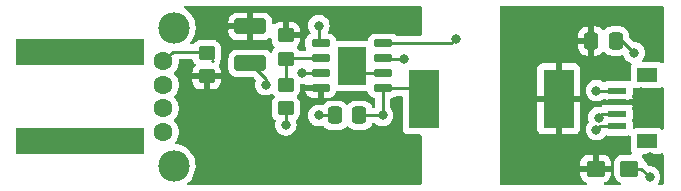
<source format=gbr>
%TF.GenerationSoftware,KiCad,Pcbnew,6.0.11-2627ca5db0~126~ubuntu22.04.1*%
%TF.CreationDate,2023-02-14T21:50:32-05:00*%
%TF.ProjectId,qwiic-interface,71776969-632d-4696-9e74-657266616365,2.0*%
%TF.SameCoordinates,Original*%
%TF.FileFunction,Copper,L1,Top*%
%TF.FilePolarity,Positive*%
%FSLAX46Y46*%
G04 Gerber Fmt 4.6, Leading zero omitted, Abs format (unit mm)*
G04 Created by KiCad (PCBNEW 6.0.11-2627ca5db0~126~ubuntu22.04.1) date 2023-02-14 21:50:32*
%MOMM*%
%LPD*%
G01*
G04 APERTURE LIST*
G04 Aperture macros list*
%AMRoundRect*
0 Rectangle with rounded corners*
0 $1 Rounding radius*
0 $2 $3 $4 $5 $6 $7 $8 $9 X,Y pos of 4 corners*
0 Add a 4 corners polygon primitive as box body*
4,1,4,$2,$3,$4,$5,$6,$7,$8,$9,$2,$3,0*
0 Add four circle primitives for the rounded corners*
1,1,$1+$1,$2,$3*
1,1,$1+$1,$4,$5*
1,1,$1+$1,$6,$7*
1,1,$1+$1,$8,$9*
0 Add four rect primitives between the rounded corners*
20,1,$1+$1,$2,$3,$4,$5,0*
20,1,$1+$1,$4,$5,$6,$7,0*
20,1,$1+$1,$6,$7,$8,$9,0*
20,1,$1+$1,$8,$9,$2,$3,0*%
G04 Aperture macros list end*
%TA.AperFunction,SMDPad,CuDef*%
%ADD10R,2.590800X5.003800*%
%TD*%
%TA.AperFunction,SMDPad,CuDef*%
%ADD11RoundRect,0.250000X-0.450000X0.350000X-0.450000X-0.350000X0.450000X-0.350000X0.450000X0.350000X0*%
%TD*%
%TA.AperFunction,SMDPad,CuDef*%
%ADD12RoundRect,0.250000X-0.337500X-0.475000X0.337500X-0.475000X0.337500X0.475000X-0.337500X0.475000X0*%
%TD*%
%TA.AperFunction,SMDPad,CuDef*%
%ADD13RoundRect,0.150000X0.650000X0.150000X-0.650000X0.150000X-0.650000X-0.150000X0.650000X-0.150000X0*%
%TD*%
%TA.AperFunction,SMDPad,CuDef*%
%ADD14R,2.400000X3.200000*%
%TD*%
%TA.AperFunction,ComponentPad*%
%ADD15C,0.500000*%
%TD*%
%TA.AperFunction,ComponentPad*%
%ADD16C,1.600200*%
%TD*%
%TA.AperFunction,ComponentPad*%
%ADD17C,2.667000*%
%TD*%
%TA.AperFunction,SMDPad,CuDef*%
%ADD18R,10.845800X2.209800*%
%TD*%
%TA.AperFunction,SMDPad,CuDef*%
%ADD19RoundRect,0.250000X-1.100000X0.412500X-1.100000X-0.412500X1.100000X-0.412500X1.100000X0.412500X0*%
%TD*%
%TA.AperFunction,SMDPad,CuDef*%
%ADD20R,1.549400X0.609600*%
%TD*%
%TA.AperFunction,SMDPad,CuDef*%
%ADD21R,1.803400X1.193800*%
%TD*%
%TA.AperFunction,SMDPad,CuDef*%
%ADD22RoundRect,0.250000X-0.537500X-0.425000X0.537500X-0.425000X0.537500X0.425000X-0.537500X0.425000X0*%
%TD*%
%TA.AperFunction,ViaPad*%
%ADD23C,0.800000*%
%TD*%
%TA.AperFunction,Conductor*%
%ADD24C,0.250000*%
%TD*%
G04 APERTURE END LIST*
D10*
%TO.P,L1,1,1*%
%TO.N,Net-(C2-Pad2)*%
X138297700Y-68200000D03*
%TO.P,L1,2,2*%
%TO.N,+3V3*%
X149702300Y-68200000D03*
%TD*%
D11*
%TO.P,F1,1*%
%TO.N,+BATT*%
X119900000Y-64300000D03*
%TO.P,F1,2*%
%TO.N,+12V*%
X119900000Y-66300000D03*
%TD*%
D12*
%TO.P,C5,1*%
%TO.N,+3V3*%
X152462500Y-63300000D03*
%TO.P,C5,2*%
%TO.N,GND*%
X154537500Y-63300000D03*
%TD*%
D13*
%TO.P,U1,1,LX*%
%TO.N,Net-(C2-Pad2)*%
X134850000Y-67305000D03*
%TO.P,U1,2,GND*%
%TO.N,GND*%
X134850000Y-66035000D03*
%TO.P,U1,3,VC*%
%TO.N,Net-(C3-Pad1)*%
X134850000Y-64765000D03*
%TO.P,U1,4,FB*%
%TO.N,Net-(R5-Pad2)*%
X134850000Y-63495000D03*
%TO.P,U1,5,RT*%
%TO.N,Net-(R3-Pad1)*%
X129550000Y-63495000D03*
%TO.P,U1,6,EN*%
%TO.N,Net-(R1-Pad2)*%
X129550000Y-64765000D03*
%TO.P,U1,7,BST*%
%TO.N,Net-(C2-Pad1)*%
X129550000Y-66035000D03*
%TO.P,U1,8,VCC*%
%TO.N,+12V*%
X129550000Y-67305000D03*
D14*
%TO.P,U1,9,GND*%
%TO.N,GND*%
X132200000Y-65400000D03*
D15*
X133150000Y-66750000D03*
X131250000Y-64050000D03*
X131250000Y-65400000D03*
X133150000Y-65400000D03*
X133150000Y-64050000D03*
X131250000Y-66750000D03*
%TD*%
D16*
%TO.P,J1,1,1*%
%TO.N,+BATT*%
X116222800Y-65010001D03*
%TO.P,J1,2,2*%
%TO.N,SDA*%
X116222800Y-67010000D03*
%TO.P,J1,3,3*%
%TO.N,SCL*%
X116222800Y-69010001D03*
%TO.P,J1,4,4*%
%TO.N,GND*%
X116222800Y-71009999D03*
D17*
%TO.P,J1,5*%
%TO.N,N/C*%
X117122801Y-62159999D03*
%TO.P,J1,6*%
X117122801Y-73860001D03*
D18*
%TO.P,J1,7*%
X109200000Y-64220000D03*
%TO.P,J1,8*%
X109200000Y-71800000D03*
%TD*%
D11*
%TO.P,R2,1*%
%TO.N,Net-(R1-Pad2)*%
X126600000Y-67000000D03*
%TO.P,R2,2*%
%TO.N,GND*%
X126600000Y-69000000D03*
%TD*%
%TO.P,R1,1*%
%TO.N,+12V*%
X126600000Y-62800000D03*
%TO.P,R1,2*%
%TO.N,Net-(R1-Pad2)*%
X126600000Y-64800000D03*
%TD*%
D19*
%TO.P,C1,1*%
%TO.N,+12V*%
X123600000Y-62075000D03*
%TO.P,C1,2*%
%TO.N,GND*%
X123600000Y-65200000D03*
%TD*%
D12*
%TO.P,C2,1*%
%TO.N,Net-(C2-Pad1)*%
X130762500Y-69600000D03*
%TO.P,C2,2*%
%TO.N,Net-(C2-Pad2)*%
X132837500Y-69600000D03*
%TD*%
D20*
%TO.P,J2,1,1*%
%TO.N,GND*%
X154675001Y-67500001D03*
%TO.P,J2,2,2*%
%TO.N,+3V3*%
X154675001Y-68500002D03*
%TO.P,J2,3,3*%
%TO.N,SDA*%
X154675001Y-69500000D03*
%TO.P,J2,4,4*%
%TO.N,SCL*%
X154675001Y-70500001D03*
D21*
%TO.P,J2,5*%
%TO.N,N/C*%
X157200000Y-66200002D03*
%TO.P,J2,6*%
X157200000Y-71800000D03*
%TD*%
D22*
%TO.P,C4,1*%
%TO.N,+3V3*%
X152825000Y-74100000D03*
%TO.P,C4,2*%
%TO.N,GND*%
X155700000Y-74100000D03*
%TD*%
D23*
%TO.N,Net-(C2-Pad2)*%
X134800000Y-69600000D03*
%TO.N,GND*%
X152900000Y-67500000D03*
X156100000Y-64300000D03*
X157400000Y-74800000D03*
X126600000Y-70400000D03*
X124900000Y-67000000D03*
%TO.N,Net-(C2-Pad1)*%
X128000000Y-66000000D03*
X129400000Y-69600000D03*
%TO.N,Net-(C3-Pad1)*%
X136600000Y-64800000D03*
%TO.N,+3V3*%
X156700000Y-67600000D03*
X148200000Y-63300000D03*
X157400000Y-73100000D03*
%TO.N,SDA*%
X153097540Y-69782782D03*
%TO.N,SCL*%
X152900000Y-70800000D03*
%TO.N,Net-(R3-Pad1)*%
X129400000Y-62000000D03*
%TO.N,Net-(R5-Pad2)*%
X141000000Y-63100000D03*
%TD*%
D24*
%TO.N,GND*%
X124900000Y-66500000D02*
X123600000Y-65200000D01*
X132835000Y-66035000D02*
X132200000Y-65400000D01*
X126600000Y-69000000D02*
X126600000Y-70400000D01*
X134850000Y-66035000D02*
X132835000Y-66035000D01*
X124900000Y-67000000D02*
X124900000Y-66500000D01*
X156700000Y-74100000D02*
X157400000Y-74800000D01*
X152900000Y-67500000D02*
X154675001Y-67500001D01*
X155100000Y-63300000D02*
X156100000Y-64300000D01*
X154537500Y-63300000D02*
X155100000Y-63300000D01*
X155700000Y-74100000D02*
X156700000Y-74100000D01*
%TO.N,Net-(C2-Pad1)*%
X129550000Y-66035000D02*
X128035000Y-66035000D01*
X128035000Y-66035000D02*
X128000000Y-66000000D01*
X130762500Y-69600000D02*
X129400000Y-69600000D01*
%TO.N,Net-(C2-Pad2)*%
X134850000Y-67305000D02*
X137402700Y-67305000D01*
X134800000Y-67355000D02*
X134850000Y-67305000D01*
X134800000Y-69600000D02*
X134800000Y-67355000D01*
X132837500Y-69600000D02*
X134800000Y-69600000D01*
X137402700Y-67305000D02*
X138297700Y-68200000D01*
%TO.N,Net-(C3-Pad1)*%
X136600000Y-64800000D02*
X134885000Y-64800000D01*
X134885000Y-64800000D02*
X134850000Y-64765000D01*
%TO.N,+3V3*%
X155799998Y-68500002D02*
X156700000Y-67600000D01*
X154675001Y-68500002D02*
X155799998Y-68500002D01*
%TO.N,SDA*%
X153097540Y-69782782D02*
X153380322Y-69500000D01*
X153380322Y-69500000D02*
X154675001Y-69500000D01*
%TO.N,SCL*%
X152900000Y-70800000D02*
X153199999Y-70500001D01*
X153199999Y-70500001D02*
X154675001Y-70500001D01*
%TO.N,Net-(R1-Pad2)*%
X126600000Y-64800000D02*
X126635000Y-64765000D01*
X126600000Y-67000000D02*
X126600000Y-64800000D01*
X126635000Y-64765000D02*
X129550000Y-64765000D01*
%TO.N,Net-(R3-Pad1)*%
X129400000Y-63345000D02*
X129550000Y-63495000D01*
X129400000Y-62000000D02*
X129400000Y-63345000D01*
%TO.N,Net-(R5-Pad2)*%
X134850000Y-63495000D02*
X140605000Y-63495000D01*
X140605000Y-63495000D02*
X141000000Y-63100000D01*
%TO.N,+BATT*%
X117032801Y-64200000D02*
X119800000Y-64200000D01*
X116222800Y-65010001D02*
X117032801Y-64200000D01*
X119800000Y-64200000D02*
X119900000Y-64300000D01*
X120389999Y-65010001D02*
X120400000Y-65000000D01*
%TD*%
%TA.AperFunction,Conductor*%
%TO.N,+12V*%
G36*
X138042121Y-60328502D02*
G01*
X138088614Y-60382158D01*
X138100000Y-60434500D01*
X138100000Y-62735500D01*
X138079998Y-62803621D01*
X138026342Y-62850114D01*
X137974000Y-62861500D01*
X135999950Y-62861500D01*
X135931829Y-62841498D01*
X135918729Y-62830941D01*
X135918675Y-62831011D01*
X135912415Y-62826155D01*
X135906807Y-62820547D01*
X135899983Y-62816511D01*
X135899980Y-62816509D01*
X135770427Y-62739892D01*
X135770428Y-62739892D01*
X135763601Y-62735855D01*
X135755990Y-62733644D01*
X135755988Y-62733643D01*
X135703769Y-62718472D01*
X135603831Y-62689438D01*
X135597426Y-62688934D01*
X135597421Y-62688933D01*
X135568958Y-62686693D01*
X135568950Y-62686693D01*
X135566502Y-62686500D01*
X134133498Y-62686500D01*
X134131050Y-62686693D01*
X134131042Y-62686693D01*
X134102579Y-62688933D01*
X134102574Y-62688934D01*
X134096169Y-62689438D01*
X133996231Y-62718472D01*
X133944012Y-62733643D01*
X133944010Y-62733644D01*
X133936399Y-62735855D01*
X133929572Y-62739892D01*
X133929573Y-62739892D01*
X133800020Y-62816509D01*
X133800017Y-62816511D01*
X133793193Y-62820547D01*
X133675547Y-62938193D01*
X133671511Y-62945017D01*
X133671509Y-62945020D01*
X133658683Y-62966708D01*
X133590855Y-63081399D01*
X133588644Y-63089009D01*
X133588642Y-63089014D01*
X133556209Y-63200652D01*
X133517996Y-63260488D01*
X133453500Y-63290166D01*
X133435212Y-63291500D01*
X133202905Y-63291500D01*
X133187987Y-63290614D01*
X133162323Y-63287554D01*
X133155329Y-63286720D01*
X133148326Y-63287456D01*
X133148325Y-63287456D01*
X133116414Y-63290810D01*
X133103244Y-63291500D01*
X131302905Y-63291500D01*
X131287987Y-63290614D01*
X131262323Y-63287554D01*
X131255329Y-63286720D01*
X131248326Y-63287456D01*
X131248325Y-63287456D01*
X131216414Y-63290810D01*
X131203244Y-63291500D01*
X130964788Y-63291500D01*
X130896667Y-63271498D01*
X130850174Y-63217842D01*
X130843791Y-63200652D01*
X130811358Y-63089014D01*
X130811356Y-63089009D01*
X130809145Y-63081399D01*
X130741317Y-62966708D01*
X130728491Y-62945020D01*
X130728489Y-62945017D01*
X130724453Y-62938193D01*
X130606807Y-62820547D01*
X130599983Y-62816511D01*
X130599980Y-62816509D01*
X130470427Y-62739892D01*
X130470428Y-62739892D01*
X130463601Y-62735855D01*
X130455990Y-62733644D01*
X130455988Y-62733643D01*
X130403769Y-62718472D01*
X130303831Y-62689438D01*
X130297426Y-62688934D01*
X130297421Y-62688933D01*
X130268959Y-62686693D01*
X130268949Y-62686693D01*
X130266502Y-62686500D01*
X130265675Y-62686500D01*
X130198608Y-62663915D01*
X130154256Y-62608477D01*
X130146916Y-62537861D01*
X130161715Y-62497670D01*
X130231223Y-62377279D01*
X130231224Y-62377278D01*
X130234527Y-62371556D01*
X130293542Y-62189928D01*
X130313504Y-62000000D01*
X130297535Y-61848063D01*
X130294232Y-61816635D01*
X130294232Y-61816633D01*
X130293542Y-61810072D01*
X130234527Y-61628444D01*
X130139040Y-61463056D01*
X130034475Y-61346924D01*
X130015675Y-61326045D01*
X130015674Y-61326044D01*
X130011253Y-61321134D01*
X129856752Y-61208882D01*
X129850724Y-61206198D01*
X129850722Y-61206197D01*
X129688319Y-61133891D01*
X129688318Y-61133891D01*
X129682288Y-61131206D01*
X129588888Y-61111353D01*
X129501944Y-61092872D01*
X129501939Y-61092872D01*
X129495487Y-61091500D01*
X129304513Y-61091500D01*
X129298061Y-61092872D01*
X129298056Y-61092872D01*
X129211112Y-61111353D01*
X129117712Y-61131206D01*
X129111682Y-61133891D01*
X129111681Y-61133891D01*
X128949278Y-61206197D01*
X128949276Y-61206198D01*
X128943248Y-61208882D01*
X128788747Y-61321134D01*
X128784326Y-61326044D01*
X128784325Y-61326045D01*
X128765526Y-61346924D01*
X128660960Y-61463056D01*
X128565473Y-61628444D01*
X128506458Y-61810072D01*
X128505768Y-61816633D01*
X128505768Y-61816635D01*
X128502465Y-61848063D01*
X128486496Y-62000000D01*
X128506458Y-62189928D01*
X128565473Y-62371556D01*
X128660960Y-62536944D01*
X128666324Y-62542902D01*
X128666679Y-62543642D01*
X128669259Y-62547192D01*
X128668610Y-62547664D01*
X128697044Y-62606904D01*
X128688285Y-62677358D01*
X128642825Y-62731892D01*
X128636195Y-62735509D01*
X128636399Y-62735855D01*
X128500020Y-62816509D01*
X128500017Y-62816511D01*
X128493193Y-62820547D01*
X128375547Y-62938193D01*
X128371511Y-62945017D01*
X128371509Y-62945020D01*
X128358683Y-62966708D01*
X128290855Y-63081399D01*
X128288644Y-63089010D01*
X128288643Y-63089012D01*
X128288520Y-63089437D01*
X128244438Y-63241169D01*
X128243934Y-63247574D01*
X128243933Y-63247579D01*
X128242917Y-63260488D01*
X128241500Y-63278498D01*
X128241500Y-63711502D01*
X128241693Y-63713950D01*
X128241693Y-63713958D01*
X128242679Y-63726479D01*
X128244438Y-63748831D01*
X128290855Y-63908601D01*
X128310231Y-63941363D01*
X128327689Y-64010178D01*
X128305172Y-64077509D01*
X128249827Y-64121978D01*
X128201776Y-64131500D01*
X127815122Y-64131500D01*
X127747001Y-64111498D01*
X127707978Y-64071803D01*
X127703538Y-64064627D01*
X127648478Y-63975652D01*
X127573684Y-63900988D01*
X127561537Y-63888862D01*
X127527458Y-63826579D01*
X127532461Y-63755759D01*
X127561382Y-63710671D01*
X127643739Y-63628171D01*
X127652751Y-63616760D01*
X127737816Y-63478757D01*
X127743963Y-63465576D01*
X127795138Y-63311290D01*
X127798005Y-63297914D01*
X127807672Y-63203562D01*
X127808000Y-63197146D01*
X127808000Y-63072115D01*
X127803525Y-63056876D01*
X127802135Y-63055671D01*
X127794452Y-63054000D01*
X126472000Y-63054000D01*
X126403879Y-63033998D01*
X126357386Y-62980342D01*
X126346000Y-62928000D01*
X126346000Y-62527885D01*
X126854000Y-62527885D01*
X126858475Y-62543124D01*
X126859865Y-62544329D01*
X126867548Y-62546000D01*
X127789884Y-62546000D01*
X127805123Y-62541525D01*
X127806328Y-62540135D01*
X127807999Y-62532452D01*
X127807999Y-62402905D01*
X127807662Y-62396386D01*
X127797743Y-62300794D01*
X127794851Y-62287400D01*
X127743412Y-62133216D01*
X127737239Y-62120038D01*
X127651937Y-61982193D01*
X127642901Y-61970792D01*
X127528171Y-61856261D01*
X127516760Y-61847249D01*
X127378757Y-61762184D01*
X127365576Y-61756037D01*
X127211290Y-61704862D01*
X127197914Y-61701995D01*
X127103562Y-61692328D01*
X127097145Y-61692000D01*
X126872115Y-61692000D01*
X126856876Y-61696475D01*
X126855671Y-61697865D01*
X126854000Y-61705548D01*
X126854000Y-62527885D01*
X126346000Y-62527885D01*
X126346000Y-61710116D01*
X126341525Y-61694877D01*
X126340135Y-61693672D01*
X126332452Y-61692001D01*
X126102905Y-61692001D01*
X126096386Y-61692338D01*
X126000794Y-61702257D01*
X125987400Y-61705149D01*
X125833216Y-61756588D01*
X125820038Y-61762761D01*
X125682193Y-61848063D01*
X125665055Y-61861646D01*
X125663678Y-61859909D01*
X125610892Y-61888794D01*
X125540072Y-61883792D01*
X125483198Y-61841296D01*
X125458328Y-61774798D01*
X125457999Y-61765697D01*
X125457999Y-61615405D01*
X125457662Y-61608886D01*
X125447743Y-61513294D01*
X125444851Y-61499900D01*
X125393412Y-61345716D01*
X125387239Y-61332538D01*
X125301937Y-61194693D01*
X125292901Y-61183292D01*
X125178171Y-61068761D01*
X125166760Y-61059749D01*
X125028757Y-60974684D01*
X125015576Y-60968537D01*
X124861290Y-60917362D01*
X124847914Y-60914495D01*
X124753562Y-60904828D01*
X124747145Y-60904500D01*
X123872115Y-60904500D01*
X123856876Y-60908975D01*
X123855671Y-60910365D01*
X123854000Y-60918048D01*
X123854000Y-63227384D01*
X123858475Y-63242623D01*
X123859865Y-63243828D01*
X123867548Y-63245499D01*
X124747095Y-63245499D01*
X124753614Y-63245162D01*
X124849206Y-63235243D01*
X124862600Y-63232351D01*
X125016784Y-63180912D01*
X125029962Y-63174739D01*
X125167807Y-63089437D01*
X125184945Y-63075854D01*
X125186322Y-63077591D01*
X125239108Y-63048706D01*
X125309928Y-63053708D01*
X125366802Y-63096204D01*
X125391672Y-63162702D01*
X125392001Y-63171803D01*
X125392001Y-63197095D01*
X125392338Y-63203614D01*
X125402257Y-63299206D01*
X125405149Y-63312600D01*
X125456588Y-63466784D01*
X125462761Y-63479962D01*
X125548063Y-63617807D01*
X125557099Y-63629208D01*
X125638462Y-63710430D01*
X125672541Y-63772713D01*
X125667538Y-63843533D01*
X125638617Y-63888620D01*
X125555870Y-63971512D01*
X125555866Y-63971517D01*
X125550695Y-63976697D01*
X125546855Y-63982927D01*
X125546854Y-63982928D01*
X125478955Y-64093081D01*
X125457885Y-64127262D01*
X125454481Y-64137526D01*
X125436140Y-64192821D01*
X125395709Y-64251181D01*
X125330145Y-64278418D01*
X125260264Y-64265885D01*
X125227529Y-64242327D01*
X125178483Y-64193366D01*
X125173303Y-64188195D01*
X125136706Y-64165636D01*
X125028968Y-64099225D01*
X125028966Y-64099224D01*
X125022738Y-64095385D01*
X124862254Y-64042155D01*
X124861389Y-64041868D01*
X124861387Y-64041868D01*
X124854861Y-64039703D01*
X124848025Y-64039003D01*
X124848022Y-64039002D01*
X124804969Y-64034591D01*
X124750400Y-64029000D01*
X122449600Y-64029000D01*
X122446354Y-64029337D01*
X122446350Y-64029337D01*
X122350692Y-64039262D01*
X122350688Y-64039263D01*
X122343834Y-64039974D01*
X122337298Y-64042155D01*
X122337296Y-64042155D01*
X122248431Y-64071803D01*
X122176054Y-64095950D01*
X122025652Y-64189022D01*
X121900695Y-64314197D01*
X121896855Y-64320427D01*
X121896854Y-64320428D01*
X121826398Y-64434729D01*
X121807885Y-64464762D01*
X121752203Y-64632639D01*
X121741500Y-64737100D01*
X121741500Y-65662900D01*
X121741837Y-65666146D01*
X121741837Y-65666150D01*
X121750864Y-65753146D01*
X121752474Y-65768666D01*
X121754655Y-65775202D01*
X121754655Y-65775204D01*
X121795085Y-65896386D01*
X121808450Y-65936446D01*
X121901522Y-66086848D01*
X122026697Y-66211805D01*
X122032927Y-66215645D01*
X122032928Y-66215646D01*
X122161677Y-66295008D01*
X122177262Y-66304615D01*
X122257005Y-66331064D01*
X122338611Y-66358132D01*
X122338613Y-66358132D01*
X122345139Y-66360297D01*
X122351975Y-66360997D01*
X122351978Y-66360998D01*
X122395031Y-66365409D01*
X122449600Y-66371000D01*
X123822906Y-66371000D01*
X123891027Y-66391002D01*
X123912001Y-66407905D01*
X124027322Y-66523226D01*
X124061348Y-66585538D01*
X124058060Y-66651257D01*
X124018461Y-66773132D01*
X124006458Y-66810072D01*
X124005768Y-66816633D01*
X124005768Y-66816635D01*
X123994916Y-66919886D01*
X123986496Y-67000000D01*
X123987186Y-67006565D01*
X123998091Y-67110316D01*
X124006458Y-67189928D01*
X124065473Y-67371556D01*
X124160960Y-67536944D01*
X124165378Y-67541851D01*
X124165379Y-67541852D01*
X124276974Y-67665791D01*
X124288747Y-67678866D01*
X124387843Y-67750864D01*
X124437904Y-67787235D01*
X124443248Y-67791118D01*
X124449276Y-67793802D01*
X124449278Y-67793803D01*
X124611681Y-67866109D01*
X124617712Y-67868794D01*
X124711112Y-67888647D01*
X124798056Y-67907128D01*
X124798061Y-67907128D01*
X124804513Y-67908500D01*
X124995487Y-67908500D01*
X125001939Y-67907128D01*
X125001944Y-67907128D01*
X125088888Y-67888647D01*
X125182288Y-67868794D01*
X125188319Y-67866109D01*
X125350722Y-67793803D01*
X125350724Y-67793802D01*
X125356752Y-67791118D01*
X125363750Y-67786033D01*
X125367139Y-67783572D01*
X125434007Y-67759715D01*
X125503158Y-67775798D01*
X125542093Y-67813206D01*
X125543125Y-67812388D01*
X125547668Y-67818120D01*
X125551522Y-67824348D01*
X125634447Y-67907128D01*
X125638109Y-67910784D01*
X125672188Y-67973066D01*
X125667185Y-68043886D01*
X125638264Y-68088975D01*
X125613782Y-68113500D01*
X125550695Y-68176697D01*
X125546855Y-68182927D01*
X125546854Y-68182928D01*
X125511983Y-68239500D01*
X125457885Y-68327262D01*
X125402203Y-68495139D01*
X125401503Y-68501975D01*
X125401502Y-68501978D01*
X125397091Y-68545031D01*
X125391500Y-68599600D01*
X125391500Y-69400400D01*
X125391837Y-69403646D01*
X125391837Y-69403650D01*
X125393185Y-69416635D01*
X125402474Y-69506166D01*
X125458450Y-69673946D01*
X125551522Y-69824348D01*
X125676697Y-69949305D01*
X125682927Y-69953145D01*
X125682928Y-69953146D01*
X125687753Y-69956120D01*
X125735246Y-70008892D01*
X125746670Y-70078964D01*
X125741470Y-70102316D01*
X125706458Y-70210072D01*
X125705768Y-70216633D01*
X125705768Y-70216635D01*
X125698975Y-70281265D01*
X125686496Y-70400000D01*
X125687186Y-70406565D01*
X125705140Y-70577385D01*
X125706458Y-70589928D01*
X125765473Y-70771556D01*
X125860960Y-70936944D01*
X125865378Y-70941851D01*
X125865379Y-70941852D01*
X125877930Y-70955791D01*
X125988747Y-71078866D01*
X126143248Y-71191118D01*
X126149276Y-71193802D01*
X126149278Y-71193803D01*
X126260716Y-71243418D01*
X126317712Y-71268794D01*
X126411113Y-71288647D01*
X126498056Y-71307128D01*
X126498061Y-71307128D01*
X126504513Y-71308500D01*
X126695487Y-71308500D01*
X126701939Y-71307128D01*
X126701944Y-71307128D01*
X126788887Y-71288647D01*
X126882288Y-71268794D01*
X126939284Y-71243418D01*
X127050722Y-71193803D01*
X127050724Y-71193802D01*
X127056752Y-71191118D01*
X127211253Y-71078866D01*
X127322070Y-70955791D01*
X127334621Y-70941852D01*
X127334622Y-70941851D01*
X127339040Y-70936944D01*
X127434527Y-70771556D01*
X127493542Y-70589928D01*
X127494861Y-70577385D01*
X127512814Y-70406565D01*
X127513504Y-70400000D01*
X127501025Y-70281265D01*
X127494232Y-70216635D01*
X127494232Y-70216633D01*
X127493542Y-70210072D01*
X127458488Y-70102188D01*
X127456460Y-70031222D01*
X127493122Y-69970424D01*
X127512018Y-69956108D01*
X127518128Y-69952327D01*
X127524348Y-69948478D01*
X127649305Y-69823303D01*
X127742115Y-69672738D01*
X127797797Y-69504861D01*
X127808500Y-69400400D01*
X127808500Y-68599600D01*
X127808163Y-68596350D01*
X127798238Y-68500692D01*
X127798237Y-68500688D01*
X127797526Y-68493834D01*
X127741550Y-68326054D01*
X127648478Y-68175652D01*
X127561891Y-68089216D01*
X127527812Y-68026934D01*
X127532815Y-67956114D01*
X127561736Y-67911025D01*
X127644134Y-67828483D01*
X127649305Y-67823303D01*
X127669144Y-67791118D01*
X127738275Y-67678968D01*
X127738276Y-67678966D01*
X127742115Y-67672738D01*
X127775903Y-67570871D01*
X128248456Y-67570871D01*
X128289107Y-67710790D01*
X128295352Y-67725221D01*
X128371911Y-67854678D01*
X128381551Y-67867104D01*
X128487896Y-67973449D01*
X128500322Y-67983089D01*
X128629779Y-68059648D01*
X128644210Y-68065893D01*
X128790065Y-68108269D01*
X128802667Y-68110570D01*
X128831084Y-68112807D01*
X128836014Y-68113000D01*
X129277885Y-68113000D01*
X129293124Y-68108525D01*
X129294329Y-68107135D01*
X129296000Y-68099452D01*
X129296000Y-67577115D01*
X129291525Y-67561876D01*
X129290135Y-67560671D01*
X129282452Y-67559000D01*
X128263122Y-67559000D01*
X128249591Y-67562973D01*
X128248456Y-67570871D01*
X127775903Y-67570871D01*
X127789956Y-67528502D01*
X127795632Y-67511389D01*
X127795632Y-67511387D01*
X127797797Y-67504861D01*
X127808500Y-67400400D01*
X127808500Y-67034500D01*
X127828502Y-66966379D01*
X127882158Y-66919886D01*
X127934500Y-66908500D01*
X128095487Y-66908500D01*
X128101944Y-66907128D01*
X128108515Y-66906437D01*
X128108767Y-66908831D01*
X128168636Y-66913394D01*
X128225273Y-66956205D01*
X128249774Y-67022840D01*
X128250053Y-67030883D01*
X128250101Y-67047706D01*
X128257370Y-67051000D01*
X129678000Y-67051000D01*
X129746121Y-67071002D01*
X129792614Y-67124658D01*
X129804000Y-67177000D01*
X129804000Y-68094884D01*
X129808475Y-68110123D01*
X129809865Y-68111328D01*
X129817548Y-68112999D01*
X130263984Y-68112999D01*
X130268920Y-68112805D01*
X130297336Y-68110570D01*
X130309931Y-68108270D01*
X130455790Y-68065893D01*
X130470221Y-68059648D01*
X130599678Y-67983089D01*
X130612104Y-67973449D01*
X130718449Y-67867104D01*
X130728089Y-67854678D01*
X130804648Y-67725221D01*
X130810894Y-67710788D01*
X130843271Y-67599347D01*
X130881484Y-67539511D01*
X130945981Y-67509834D01*
X130964268Y-67508500D01*
X131190933Y-67508500D01*
X131207595Y-67509607D01*
X131214765Y-67510563D01*
X131227035Y-67512201D01*
X131227038Y-67512201D01*
X131234015Y-67513132D01*
X131241026Y-67512494D01*
X131241030Y-67512494D01*
X131279208Y-67509019D01*
X131290628Y-67508500D01*
X133090933Y-67508500D01*
X133107595Y-67509607D01*
X133114765Y-67510563D01*
X133127035Y-67512201D01*
X133127038Y-67512201D01*
X133134015Y-67513132D01*
X133141026Y-67512494D01*
X133141030Y-67512494D01*
X133179208Y-67509019D01*
X133190628Y-67508500D01*
X133435212Y-67508500D01*
X133503333Y-67528502D01*
X133549826Y-67582158D01*
X133556209Y-67599348D01*
X133588642Y-67710986D01*
X133588644Y-67710991D01*
X133590855Y-67718601D01*
X133594892Y-67725427D01*
X133671509Y-67854980D01*
X133671511Y-67854983D01*
X133675547Y-67861807D01*
X133793193Y-67979453D01*
X133800017Y-67983489D01*
X133800020Y-67983491D01*
X133848494Y-68012158D01*
X133936399Y-68064145D01*
X133944010Y-68066356D01*
X133944012Y-68066357D01*
X134075653Y-68104602D01*
X134135488Y-68142815D01*
X134165166Y-68207311D01*
X134166500Y-68225599D01*
X134166500Y-68840500D01*
X134146498Y-68908621D01*
X134092842Y-68955114D01*
X134040500Y-68966500D01*
X134012538Y-68966500D01*
X133944417Y-68946498D01*
X133897924Y-68892842D01*
X133893014Y-68880376D01*
X133868868Y-68808002D01*
X133866550Y-68801054D01*
X133773478Y-68650652D01*
X133648303Y-68525695D01*
X133586009Y-68487296D01*
X133503968Y-68436725D01*
X133503966Y-68436724D01*
X133497738Y-68432885D01*
X133337254Y-68379655D01*
X133336389Y-68379368D01*
X133336387Y-68379368D01*
X133329861Y-68377203D01*
X133323025Y-68376503D01*
X133323022Y-68376502D01*
X133279969Y-68372091D01*
X133225400Y-68366500D01*
X132449600Y-68366500D01*
X132446354Y-68366837D01*
X132446350Y-68366837D01*
X132350692Y-68376762D01*
X132350688Y-68376763D01*
X132343834Y-68377474D01*
X132337298Y-68379655D01*
X132337296Y-68379655D01*
X132205194Y-68423728D01*
X132176054Y-68433450D01*
X132025652Y-68526522D01*
X131900695Y-68651697D01*
X131898094Y-68655916D01*
X131840970Y-68696417D01*
X131770047Y-68699649D01*
X131708635Y-68664024D01*
X131702078Y-68656470D01*
X131698478Y-68650652D01*
X131573303Y-68525695D01*
X131511009Y-68487296D01*
X131428968Y-68436725D01*
X131428966Y-68436724D01*
X131422738Y-68432885D01*
X131262254Y-68379655D01*
X131261389Y-68379368D01*
X131261387Y-68379368D01*
X131254861Y-68377203D01*
X131248025Y-68376503D01*
X131248022Y-68376502D01*
X131204969Y-68372091D01*
X131150400Y-68366500D01*
X130374600Y-68366500D01*
X130371354Y-68366837D01*
X130371350Y-68366837D01*
X130275692Y-68376762D01*
X130275688Y-68376763D01*
X130268834Y-68377474D01*
X130262298Y-68379655D01*
X130262296Y-68379655D01*
X130130194Y-68423728D01*
X130101054Y-68433450D01*
X129950652Y-68526522D01*
X129825695Y-68651697D01*
X129821855Y-68657927D01*
X129821854Y-68657928D01*
X129812346Y-68673353D01*
X129759574Y-68720846D01*
X129689502Y-68732270D01*
X129678900Y-68730486D01*
X129590562Y-68711709D01*
X129501944Y-68692872D01*
X129501939Y-68692872D01*
X129495487Y-68691500D01*
X129304513Y-68691500D01*
X129298061Y-68692872D01*
X129298056Y-68692872D01*
X129211112Y-68711353D01*
X129117712Y-68731206D01*
X129111682Y-68733891D01*
X129111681Y-68733891D01*
X128949278Y-68806197D01*
X128949276Y-68806198D01*
X128943248Y-68808882D01*
X128937907Y-68812762D01*
X128937906Y-68812763D01*
X128899730Y-68840500D01*
X128788747Y-68921134D01*
X128784326Y-68926044D01*
X128784325Y-68926045D01*
X128713661Y-69004526D01*
X128660960Y-69063056D01*
X128565473Y-69228444D01*
X128506458Y-69410072D01*
X128486496Y-69600000D01*
X128506458Y-69789928D01*
X128565473Y-69971556D01*
X128660960Y-70136944D01*
X128665378Y-70141851D01*
X128665379Y-70141852D01*
X128726805Y-70210072D01*
X128788747Y-70278866D01*
X128845133Y-70319833D01*
X128919400Y-70373791D01*
X128943248Y-70391118D01*
X128949276Y-70393802D01*
X128949278Y-70393803D01*
X129111681Y-70466109D01*
X129117712Y-70468794D01*
X129211113Y-70488647D01*
X129298056Y-70507128D01*
X129298061Y-70507128D01*
X129304513Y-70508500D01*
X129495487Y-70508500D01*
X129501939Y-70507128D01*
X129501944Y-70507128D01*
X129618461Y-70482361D01*
X129679004Y-70469492D01*
X129749794Y-70474894D01*
X129806426Y-70517711D01*
X129812336Y-70526424D01*
X129826522Y-70549348D01*
X129951697Y-70674305D01*
X129957927Y-70678145D01*
X129957928Y-70678146D01*
X130095090Y-70762694D01*
X130102262Y-70767115D01*
X130182005Y-70793564D01*
X130263611Y-70820632D01*
X130263613Y-70820632D01*
X130270139Y-70822797D01*
X130276975Y-70823497D01*
X130276978Y-70823498D01*
X130320031Y-70827909D01*
X130374600Y-70833500D01*
X131150400Y-70833500D01*
X131153646Y-70833163D01*
X131153650Y-70833163D01*
X131249308Y-70823238D01*
X131249312Y-70823237D01*
X131256166Y-70822526D01*
X131262702Y-70820345D01*
X131262704Y-70820345D01*
X131408941Y-70771556D01*
X131423946Y-70766550D01*
X131574348Y-70673478D01*
X131699305Y-70548303D01*
X131701906Y-70544084D01*
X131759030Y-70503583D01*
X131829953Y-70500351D01*
X131891365Y-70535976D01*
X131897922Y-70543530D01*
X131901522Y-70549348D01*
X132026697Y-70674305D01*
X132032927Y-70678145D01*
X132032928Y-70678146D01*
X132170090Y-70762694D01*
X132177262Y-70767115D01*
X132257005Y-70793564D01*
X132338611Y-70820632D01*
X132338613Y-70820632D01*
X132345139Y-70822797D01*
X132351975Y-70823497D01*
X132351978Y-70823498D01*
X132395031Y-70827909D01*
X132449600Y-70833500D01*
X133225400Y-70833500D01*
X133228646Y-70833163D01*
X133228650Y-70833163D01*
X133324308Y-70823238D01*
X133324312Y-70823237D01*
X133331166Y-70822526D01*
X133337702Y-70820345D01*
X133337704Y-70820345D01*
X133483941Y-70771556D01*
X133498946Y-70766550D01*
X133649348Y-70673478D01*
X133774305Y-70548303D01*
X133781904Y-70535976D01*
X133863275Y-70403968D01*
X133863276Y-70403966D01*
X133867115Y-70397738D01*
X133888973Y-70331839D01*
X133892955Y-70319833D01*
X133933386Y-70261473D01*
X133998950Y-70234236D01*
X134012548Y-70233500D01*
X134091800Y-70233500D01*
X134159921Y-70253502D01*
X134179147Y-70269843D01*
X134179420Y-70269540D01*
X134184332Y-70273963D01*
X134188747Y-70278866D01*
X134210329Y-70294546D01*
X134319400Y-70373791D01*
X134343248Y-70391118D01*
X134349276Y-70393802D01*
X134349278Y-70393803D01*
X134511681Y-70466109D01*
X134517712Y-70468794D01*
X134611113Y-70488647D01*
X134698056Y-70507128D01*
X134698061Y-70507128D01*
X134704513Y-70508500D01*
X134895487Y-70508500D01*
X134901939Y-70507128D01*
X134901944Y-70507128D01*
X134988887Y-70488647D01*
X135082288Y-70468794D01*
X135088319Y-70466109D01*
X135250722Y-70393803D01*
X135250724Y-70393802D01*
X135256752Y-70391118D01*
X135280601Y-70373791D01*
X135354867Y-70319833D01*
X135411253Y-70278866D01*
X135473195Y-70210072D01*
X135534621Y-70141852D01*
X135534622Y-70141851D01*
X135539040Y-70136944D01*
X135634527Y-69971556D01*
X135693542Y-69789928D01*
X135713504Y-69600000D01*
X135693542Y-69410072D01*
X135634527Y-69228444D01*
X135539040Y-69063056D01*
X135465863Y-68981785D01*
X135435147Y-68917779D01*
X135433500Y-68897476D01*
X135433500Y-68239500D01*
X135453502Y-68171379D01*
X135507158Y-68124886D01*
X135559500Y-68113500D01*
X135566502Y-68113500D01*
X135568950Y-68113307D01*
X135568958Y-68113307D01*
X135597421Y-68111067D01*
X135597426Y-68111066D01*
X135603831Y-68110562D01*
X135703769Y-68081528D01*
X135755988Y-68066357D01*
X135755990Y-68066356D01*
X135763601Y-68064145D01*
X135851506Y-68012158D01*
X135899980Y-67983491D01*
X135899983Y-67983489D01*
X135906807Y-67979453D01*
X135912416Y-67973844D01*
X135918675Y-67968989D01*
X135919844Y-67970496D01*
X135973167Y-67941379D01*
X135999950Y-67938500D01*
X136367800Y-67938500D01*
X136435921Y-67958502D01*
X136482414Y-68012158D01*
X136493800Y-68064500D01*
X136493800Y-70750034D01*
X136500555Y-70812216D01*
X136551685Y-70948605D01*
X136639039Y-71065161D01*
X136755595Y-71152515D01*
X136891984Y-71203645D01*
X136954166Y-71210400D01*
X137974000Y-71210400D01*
X138042121Y-71230402D01*
X138088614Y-71284058D01*
X138100000Y-71336400D01*
X138100000Y-75365500D01*
X138079998Y-75433621D01*
X138026342Y-75480114D01*
X137974000Y-75491500D01*
X118391803Y-75491500D01*
X118323682Y-75471498D01*
X118277189Y-75417842D01*
X118267085Y-75347568D01*
X118296579Y-75282988D01*
X118307738Y-75271643D01*
X118384464Y-75202922D01*
X118448968Y-75145147D01*
X118616817Y-74945467D01*
X118754855Y-74724129D01*
X118860330Y-74485550D01*
X118931137Y-74234489D01*
X118954218Y-74062648D01*
X118965435Y-73979139D01*
X118965436Y-73979131D01*
X118965862Y-73975957D01*
X118969506Y-73860001D01*
X118951083Y-73599798D01*
X118896180Y-73344787D01*
X118877320Y-73293663D01*
X118807435Y-73104232D01*
X118805894Y-73100055D01*
X118682026Y-72870487D01*
X118527046Y-72660662D01*
X118344049Y-72474767D01*
X118294681Y-72437090D01*
X118140224Y-72319213D01*
X118136684Y-72316511D01*
X118109962Y-72301546D01*
X117912976Y-72191228D01*
X117912973Y-72191227D01*
X117909090Y-72189052D01*
X117904945Y-72187448D01*
X117904942Y-72187447D01*
X117770576Y-72135465D01*
X117665807Y-72094933D01*
X117661486Y-72093931D01*
X117661478Y-72093929D01*
X117494362Y-72055195D01*
X117411689Y-72036032D01*
X117337228Y-72029583D01*
X117271087Y-72003778D01*
X117229397Y-71946311D01*
X117225395Y-71875427D01*
X117244887Y-71831782D01*
X117357253Y-71671307D01*
X117357254Y-71671305D01*
X117360410Y-71666798D01*
X117362733Y-71661816D01*
X117362736Y-71661811D01*
X117454856Y-71464258D01*
X117454857Y-71464257D01*
X117457179Y-71459276D01*
X117490104Y-71336400D01*
X117515018Y-71243418D01*
X117515018Y-71243416D01*
X117516442Y-71238103D01*
X117536399Y-71009999D01*
X117516442Y-70781895D01*
X117513099Y-70769419D01*
X117458602Y-70566032D01*
X117458601Y-70566030D01*
X117457179Y-70560722D01*
X117454856Y-70555740D01*
X117362736Y-70358187D01*
X117362733Y-70358182D01*
X117360410Y-70353200D01*
X117357253Y-70348691D01*
X117232234Y-70170145D01*
X117232232Y-70170142D01*
X117229075Y-70165634D01*
X117162536Y-70099095D01*
X117128510Y-70036783D01*
X117133575Y-69965968D01*
X117162536Y-69920905D01*
X117229075Y-69854366D01*
X117247199Y-69828483D01*
X117357253Y-69671309D01*
X117357254Y-69671307D01*
X117360410Y-69666800D01*
X117362733Y-69661818D01*
X117362736Y-69661813D01*
X117454856Y-69464260D01*
X117454857Y-69464259D01*
X117457179Y-69459278D01*
X117472085Y-69403650D01*
X117515018Y-69243420D01*
X117515018Y-69243418D01*
X117516442Y-69238105D01*
X117536399Y-69010001D01*
X117516442Y-68781897D01*
X117503145Y-68732270D01*
X117458602Y-68566034D01*
X117458601Y-68566032D01*
X117457179Y-68560724D01*
X117443256Y-68530866D01*
X117362736Y-68358189D01*
X117362733Y-68358184D01*
X117360410Y-68353202D01*
X117341401Y-68326054D01*
X117232234Y-68170147D01*
X117232230Y-68170142D01*
X117229075Y-68165636D01*
X117162534Y-68099095D01*
X117128509Y-68036784D01*
X117133574Y-67965969D01*
X117162535Y-67920906D01*
X117225180Y-67858261D01*
X117225185Y-67858255D01*
X117229075Y-67854365D01*
X117273361Y-67791118D01*
X117357253Y-67671308D01*
X117357254Y-67671306D01*
X117360410Y-67666799D01*
X117362733Y-67661817D01*
X117362736Y-67661812D01*
X117454856Y-67464259D01*
X117454857Y-67464258D01*
X117457179Y-67459277D01*
X117471007Y-67407672D01*
X117515018Y-67243419D01*
X117515018Y-67243417D01*
X117516442Y-67238104D01*
X117536399Y-67010000D01*
X117516442Y-66781896D01*
X117503667Y-66734218D01*
X117493720Y-66697095D01*
X118692001Y-66697095D01*
X118692338Y-66703614D01*
X118702257Y-66799206D01*
X118705149Y-66812600D01*
X118756588Y-66966784D01*
X118762761Y-66979962D01*
X118848063Y-67117807D01*
X118857099Y-67129208D01*
X118971829Y-67243739D01*
X118983240Y-67252751D01*
X119121243Y-67337816D01*
X119134424Y-67343963D01*
X119288710Y-67395138D01*
X119302086Y-67398005D01*
X119396438Y-67407672D01*
X119402854Y-67408000D01*
X119627885Y-67408000D01*
X119643124Y-67403525D01*
X119644329Y-67402135D01*
X119646000Y-67394452D01*
X119646000Y-67389884D01*
X120154000Y-67389884D01*
X120158475Y-67405123D01*
X120159865Y-67406328D01*
X120167548Y-67407999D01*
X120397095Y-67407999D01*
X120403614Y-67407662D01*
X120499206Y-67397743D01*
X120512600Y-67394851D01*
X120666784Y-67343412D01*
X120679962Y-67337239D01*
X120817807Y-67251937D01*
X120829208Y-67242901D01*
X120943739Y-67128171D01*
X120952751Y-67116760D01*
X121037816Y-66978757D01*
X121043963Y-66965576D01*
X121095138Y-66811290D01*
X121098005Y-66797914D01*
X121107672Y-66703562D01*
X121108000Y-66697146D01*
X121108000Y-66572115D01*
X121103525Y-66556876D01*
X121102135Y-66555671D01*
X121094452Y-66554000D01*
X120172115Y-66554000D01*
X120156876Y-66558475D01*
X120155671Y-66559865D01*
X120154000Y-66567548D01*
X120154000Y-67389884D01*
X119646000Y-67389884D01*
X119646000Y-66572115D01*
X119641525Y-66556876D01*
X119640135Y-66555671D01*
X119632452Y-66554000D01*
X118710116Y-66554000D01*
X118694877Y-66558475D01*
X118693672Y-66559865D01*
X118692001Y-66567548D01*
X118692001Y-66697095D01*
X117493720Y-66697095D01*
X117458602Y-66566033D01*
X117458601Y-66566031D01*
X117457179Y-66560723D01*
X117454044Y-66554000D01*
X117362736Y-66358188D01*
X117362733Y-66358183D01*
X117360410Y-66353201D01*
X117315338Y-66288831D01*
X117232234Y-66170146D01*
X117232230Y-66170141D01*
X117229075Y-66165635D01*
X117162535Y-66099095D01*
X117128510Y-66036784D01*
X117133575Y-65965969D01*
X117162536Y-65920906D01*
X117225180Y-65858262D01*
X117225185Y-65858256D01*
X117229075Y-65854366D01*
X117247888Y-65827498D01*
X117357253Y-65671309D01*
X117357254Y-65671307D01*
X117360410Y-65666800D01*
X117362733Y-65661818D01*
X117362736Y-65661813D01*
X117454856Y-65464260D01*
X117454857Y-65464259D01*
X117457179Y-65459278D01*
X117463627Y-65435216D01*
X117515018Y-65243420D01*
X117515018Y-65243418D01*
X117516442Y-65238105D01*
X117536399Y-65010001D01*
X117535920Y-65004526D01*
X117535920Y-65004516D01*
X117532942Y-64970483D01*
X117546930Y-64900878D01*
X117596328Y-64849885D01*
X117658462Y-64833500D01*
X118620803Y-64833500D01*
X118688924Y-64853502D01*
X118735417Y-64907158D01*
X118740326Y-64919623D01*
X118758450Y-64973946D01*
X118762301Y-64980170D01*
X118762302Y-64980171D01*
X118784150Y-65015476D01*
X118851522Y-65124348D01*
X118856704Y-65129521D01*
X118938463Y-65211138D01*
X118972542Y-65273421D01*
X118967539Y-65344241D01*
X118938618Y-65389329D01*
X118856261Y-65471829D01*
X118847249Y-65483240D01*
X118762184Y-65621243D01*
X118756037Y-65634424D01*
X118704862Y-65788710D01*
X118701995Y-65802086D01*
X118692328Y-65896438D01*
X118692000Y-65902855D01*
X118692000Y-66027885D01*
X118696475Y-66043124D01*
X118697865Y-66044329D01*
X118705548Y-66046000D01*
X121089884Y-66046000D01*
X121105123Y-66041525D01*
X121106328Y-66040135D01*
X121107999Y-66032452D01*
X121107999Y-65902905D01*
X121107662Y-65896386D01*
X121097743Y-65800794D01*
X121094851Y-65787400D01*
X121043412Y-65633216D01*
X121037239Y-65620038D01*
X120951937Y-65482193D01*
X120950508Y-65480390D01*
X120949916Y-65478927D01*
X120948083Y-65475965D01*
X120948590Y-65475651D01*
X120923873Y-65414579D01*
X120937045Y-65344815D01*
X120940802Y-65337990D01*
X120944759Y-65331299D01*
X120949614Y-65325040D01*
X120971952Y-65273421D01*
X121010032Y-65185422D01*
X121013181Y-65178145D01*
X121038220Y-65020057D01*
X121037474Y-65012165D01*
X121037723Y-65004243D01*
X121039736Y-65004306D01*
X121043944Y-64967223D01*
X121044018Y-64967002D01*
X121097797Y-64804861D01*
X121108500Y-64700400D01*
X121108500Y-63899600D01*
X121107361Y-63888620D01*
X121098238Y-63800692D01*
X121098237Y-63800688D01*
X121097526Y-63793834D01*
X121090480Y-63772713D01*
X121043868Y-63633002D01*
X121041550Y-63626054D01*
X120948478Y-63475652D01*
X120823303Y-63350695D01*
X120817072Y-63346854D01*
X120678968Y-63261725D01*
X120678966Y-63261724D01*
X120672738Y-63257885D01*
X120567939Y-63223125D01*
X120511389Y-63204368D01*
X120511387Y-63204368D01*
X120504861Y-63202203D01*
X120498025Y-63201503D01*
X120498022Y-63201502D01*
X120454969Y-63197091D01*
X120400400Y-63191500D01*
X119399600Y-63191500D01*
X119396354Y-63191837D01*
X119396350Y-63191837D01*
X119300692Y-63201762D01*
X119300688Y-63201763D01*
X119293834Y-63202474D01*
X119287298Y-63204655D01*
X119287296Y-63204655D01*
X119194828Y-63235505D01*
X119126054Y-63258450D01*
X118975652Y-63351522D01*
X118850695Y-63476697D01*
X118846855Y-63482927D01*
X118832251Y-63506618D01*
X118779478Y-63554110D01*
X118724992Y-63566500D01*
X118617475Y-63566500D01*
X118549354Y-63546498D01*
X118502861Y-63492842D01*
X118492757Y-63422568D01*
X118521024Y-63359424D01*
X118616817Y-63245465D01*
X118625245Y-63231952D01*
X118668432Y-63162702D01*
X118754855Y-63024127D01*
X118763407Y-63004784D01*
X118819986Y-62876803D01*
X118860330Y-62785548D01*
X118873207Y-62739892D01*
X118890843Y-62677358D01*
X118931107Y-62534595D01*
X121742001Y-62534595D01*
X121742338Y-62541114D01*
X121752257Y-62636706D01*
X121755149Y-62650100D01*
X121806588Y-62804284D01*
X121812761Y-62817462D01*
X121898063Y-62955307D01*
X121907099Y-62966708D01*
X122021829Y-63081239D01*
X122033240Y-63090251D01*
X122171243Y-63175316D01*
X122184424Y-63181463D01*
X122338710Y-63232638D01*
X122352086Y-63235505D01*
X122446438Y-63245172D01*
X122452854Y-63245500D01*
X123327885Y-63245500D01*
X123343124Y-63241025D01*
X123344329Y-63239635D01*
X123346000Y-63231952D01*
X123346000Y-62347115D01*
X123341525Y-62331876D01*
X123340135Y-62330671D01*
X123332452Y-62329000D01*
X121760116Y-62329000D01*
X121744877Y-62333475D01*
X121743672Y-62334865D01*
X121742001Y-62342548D01*
X121742001Y-62534595D01*
X118931107Y-62534595D01*
X118931137Y-62534487D01*
X118953630Y-62367023D01*
X118965435Y-62279137D01*
X118965436Y-62279129D01*
X118965862Y-62275955D01*
X118968368Y-62196206D01*
X118969405Y-62163221D01*
X118969405Y-62163216D01*
X118969506Y-62159999D01*
X118951083Y-61899796D01*
X118930218Y-61802885D01*
X121742000Y-61802885D01*
X121746475Y-61818124D01*
X121747865Y-61819329D01*
X121755548Y-61821000D01*
X123327885Y-61821000D01*
X123343124Y-61816525D01*
X123344329Y-61815135D01*
X123346000Y-61807452D01*
X123346000Y-60922616D01*
X123341525Y-60907377D01*
X123340135Y-60906172D01*
X123332452Y-60904501D01*
X122452905Y-60904501D01*
X122446386Y-60904838D01*
X122350794Y-60914757D01*
X122337400Y-60917649D01*
X122183216Y-60969088D01*
X122170038Y-60975261D01*
X122032193Y-61060563D01*
X122020792Y-61069599D01*
X121906261Y-61184329D01*
X121897249Y-61195740D01*
X121812184Y-61333743D01*
X121806037Y-61346924D01*
X121754862Y-61501210D01*
X121751995Y-61514586D01*
X121742328Y-61608938D01*
X121742000Y-61615355D01*
X121742000Y-61802885D01*
X118930218Y-61802885D01*
X118896180Y-61644785D01*
X118892471Y-61634729D01*
X118807435Y-61404230D01*
X118805894Y-61400053D01*
X118682026Y-61170485D01*
X118623687Y-61091500D01*
X118529688Y-60964237D01*
X118527046Y-60960660D01*
X118344049Y-60774765D01*
X118294681Y-60737088D01*
X118140224Y-60619211D01*
X118136684Y-60616509D01*
X118007985Y-60544434D01*
X117958323Y-60493697D01*
X117943976Y-60424166D01*
X117969497Y-60357915D01*
X118026785Y-60315980D01*
X118069551Y-60308500D01*
X137974000Y-60308500D01*
X138042121Y-60328502D01*
G37*
%TD.AperFunction*%
%TD*%
%TA.AperFunction,Conductor*%
%TO.N,+3V3*%
G36*
X158525823Y-72806596D02*
G01*
X158576053Y-72856771D01*
X158591499Y-72917217D01*
X158591499Y-75365500D01*
X158571497Y-75433621D01*
X158517841Y-75480114D01*
X158465499Y-75491500D01*
X158268045Y-75491500D01*
X158199924Y-75471498D01*
X158153431Y-75417842D01*
X158143327Y-75347568D01*
X158158926Y-75302500D01*
X158170192Y-75282988D01*
X158208550Y-75216550D01*
X158231223Y-75177279D01*
X158231224Y-75177278D01*
X158234527Y-75171556D01*
X158293542Y-74989928D01*
X158313504Y-74800000D01*
X158301701Y-74687704D01*
X158294232Y-74616635D01*
X158294232Y-74616633D01*
X158293542Y-74610072D01*
X158234527Y-74428444D01*
X158139040Y-74263056D01*
X158011253Y-74121134D01*
X157856752Y-74008882D01*
X157850724Y-74006198D01*
X157850722Y-74006197D01*
X157688319Y-73933891D01*
X157688318Y-73933891D01*
X157682288Y-73931206D01*
X157588887Y-73911353D01*
X157501944Y-73892872D01*
X157501939Y-73892872D01*
X157495487Y-73891500D01*
X157439595Y-73891500D01*
X157371474Y-73871498D01*
X157350500Y-73854595D01*
X157203652Y-73707747D01*
X157196112Y-73699461D01*
X157192000Y-73692982D01*
X157142348Y-73646356D01*
X157139507Y-73643602D01*
X157119770Y-73623865D01*
X157116573Y-73621385D01*
X157107551Y-73613680D01*
X157081100Y-73588841D01*
X157075321Y-73583414D01*
X157068375Y-73579595D01*
X157068372Y-73579593D01*
X157057566Y-73573652D01*
X157041047Y-73562801D01*
X157031304Y-73555244D01*
X157031305Y-73555244D01*
X157025042Y-73550387D01*
X157025414Y-73549908D01*
X156980825Y-73502149D01*
X156973896Y-73485470D01*
X156931370Y-73358007D01*
X156931369Y-73358005D01*
X156929050Y-73351054D01*
X156835978Y-73200652D01*
X156755759Y-73120572D01*
X156721680Y-73058291D01*
X156726683Y-72987471D01*
X156769180Y-72930598D01*
X156835679Y-72905729D01*
X156844777Y-72905400D01*
X158149834Y-72905400D01*
X158212016Y-72898645D01*
X158348405Y-72847515D01*
X158389936Y-72816389D01*
X158456441Y-72791543D01*
X158525823Y-72806596D01*
G37*
%TD.AperFunction*%
%TA.AperFunction,Conductor*%
G36*
X158533621Y-60328502D02*
G01*
X158580114Y-60382158D01*
X158591500Y-60434500D01*
X158591500Y-65082786D01*
X158571498Y-65150907D01*
X158517842Y-65197400D01*
X158447568Y-65207504D01*
X158389935Y-65183612D01*
X158360407Y-65161482D01*
X158348405Y-65152487D01*
X158212016Y-65101357D01*
X158149834Y-65094602D01*
X156890044Y-65094602D01*
X156821923Y-65074600D01*
X156775430Y-65020944D01*
X156765326Y-64950670D01*
X156796406Y-64884294D01*
X156839040Y-64836944D01*
X156934527Y-64671556D01*
X156993542Y-64489928D01*
X156995746Y-64468963D01*
X157012814Y-64306565D01*
X157013504Y-64300000D01*
X156993542Y-64110072D01*
X156934527Y-63928444D01*
X156839040Y-63763056D01*
X156711253Y-63621134D01*
X156556752Y-63508882D01*
X156550724Y-63506198D01*
X156550722Y-63506197D01*
X156388319Y-63433891D01*
X156388318Y-63433891D01*
X156382288Y-63431206D01*
X156288887Y-63411353D01*
X156201944Y-63392872D01*
X156201939Y-63392872D01*
X156195487Y-63391500D01*
X156139595Y-63391500D01*
X156071474Y-63371498D01*
X156050499Y-63354595D01*
X155670404Y-62974499D01*
X155636379Y-62912187D01*
X155633500Y-62885404D01*
X155633500Y-62774600D01*
X155633163Y-62771350D01*
X155623238Y-62675692D01*
X155623237Y-62675688D01*
X155622526Y-62668834D01*
X155566550Y-62501054D01*
X155473478Y-62350652D01*
X155348303Y-62225695D01*
X155342072Y-62221854D01*
X155203968Y-62136725D01*
X155203966Y-62136724D01*
X155197738Y-62132885D01*
X155117995Y-62106436D01*
X155036389Y-62079368D01*
X155036387Y-62079368D01*
X155029861Y-62077203D01*
X155023025Y-62076503D01*
X155023022Y-62076502D01*
X154979969Y-62072091D01*
X154925400Y-62066500D01*
X154149600Y-62066500D01*
X154146354Y-62066837D01*
X154146350Y-62066837D01*
X154050692Y-62076762D01*
X154050688Y-62076763D01*
X154043834Y-62077474D01*
X154037298Y-62079655D01*
X154037296Y-62079655D01*
X154020928Y-62085116D01*
X153876054Y-62133450D01*
X153725652Y-62226522D01*
X153600695Y-62351697D01*
X153597898Y-62356235D01*
X153540647Y-62396824D01*
X153469724Y-62400054D01*
X153408313Y-62364428D01*
X153400938Y-62355932D01*
X153392902Y-62345793D01*
X153278171Y-62231261D01*
X153266760Y-62222249D01*
X153128757Y-62137184D01*
X153115576Y-62131037D01*
X152961290Y-62079862D01*
X152947914Y-62076995D01*
X152853562Y-62067328D01*
X152847145Y-62067000D01*
X152734615Y-62067000D01*
X152719376Y-62071475D01*
X152718171Y-62072865D01*
X152716500Y-62080548D01*
X152716500Y-64514884D01*
X152720975Y-64530123D01*
X152722365Y-64531328D01*
X152730048Y-64532999D01*
X152847095Y-64532999D01*
X152853614Y-64532662D01*
X152949206Y-64522743D01*
X152962600Y-64519851D01*
X153116784Y-64468412D01*
X153129962Y-64462239D01*
X153267807Y-64376937D01*
X153279208Y-64367901D01*
X153393738Y-64253172D01*
X153400794Y-64244238D01*
X153458712Y-64203177D01*
X153529635Y-64199947D01*
X153591046Y-64235574D01*
X153597846Y-64243407D01*
X153601522Y-64249348D01*
X153726697Y-64374305D01*
X153732927Y-64378145D01*
X153732928Y-64378146D01*
X153870288Y-64462816D01*
X153877262Y-64467115D01*
X153957005Y-64493564D01*
X154038611Y-64520632D01*
X154038613Y-64520632D01*
X154045139Y-64522797D01*
X154051975Y-64523497D01*
X154051978Y-64523498D01*
X154095031Y-64527909D01*
X154149600Y-64533500D01*
X154925400Y-64533500D01*
X154928646Y-64533163D01*
X154928650Y-64533163D01*
X155024308Y-64523238D01*
X155024312Y-64523237D01*
X155031166Y-64522526D01*
X155037702Y-64520345D01*
X155037704Y-64520345D01*
X155078405Y-64506766D01*
X155149355Y-64504182D01*
X155210439Y-64540366D01*
X155238114Y-64587354D01*
X155265473Y-64671556D01*
X155360960Y-64836944D01*
X155488747Y-64978866D01*
X155643248Y-65091118D01*
X155649276Y-65093802D01*
X155649278Y-65093803D01*
X155801288Y-65161482D01*
X155855384Y-65207462D01*
X155876033Y-65275390D01*
X155857353Y-65341328D01*
X155857379Y-65341342D01*
X155857316Y-65341458D01*
X155856681Y-65343698D01*
X155853778Y-65347920D01*
X155853073Y-65349208D01*
X155847685Y-65356397D01*
X155796555Y-65492786D01*
X155789800Y-65554968D01*
X155789800Y-66597799D01*
X155769798Y-66665920D01*
X155716142Y-66712413D01*
X155645868Y-66722517D01*
X155619571Y-66715781D01*
X155567419Y-66696230D01*
X155567413Y-66696228D01*
X155560017Y-66693456D01*
X155497835Y-66686701D01*
X153852167Y-66686701D01*
X153789985Y-66693456D01*
X153653596Y-66744586D01*
X153611687Y-66775995D01*
X153606071Y-66780204D01*
X153539565Y-66805052D01*
X153470182Y-66789999D01*
X153456450Y-66781317D01*
X153356752Y-66708882D01*
X153350724Y-66706198D01*
X153350722Y-66706197D01*
X153188319Y-66633891D01*
X153188318Y-66633891D01*
X153182288Y-66631206D01*
X153088887Y-66611353D01*
X153001944Y-66592872D01*
X153001939Y-66592872D01*
X152995487Y-66591500D01*
X152804513Y-66591500D01*
X152798061Y-66592872D01*
X152798056Y-66592872D01*
X152711113Y-66611353D01*
X152617712Y-66631206D01*
X152611682Y-66633891D01*
X152611681Y-66633891D01*
X152449278Y-66706197D01*
X152449276Y-66706198D01*
X152443248Y-66708882D01*
X152288747Y-66821134D01*
X152284326Y-66826044D01*
X152284325Y-66826045D01*
X152270255Y-66841672D01*
X152160960Y-66963056D01*
X152065473Y-67128444D01*
X152006458Y-67310072D01*
X152005768Y-67316633D01*
X152005768Y-67316635D01*
X151997605Y-67394304D01*
X151986496Y-67500000D01*
X152006458Y-67689928D01*
X152065473Y-67871556D01*
X152160960Y-68036944D01*
X152165378Y-68041851D01*
X152165379Y-68041852D01*
X152279019Y-68168062D01*
X152288747Y-68178866D01*
X152443248Y-68291118D01*
X152449276Y-68293802D01*
X152449278Y-68293803D01*
X152492243Y-68312932D01*
X152617712Y-68368794D01*
X152711113Y-68388647D01*
X152798056Y-68407128D01*
X152798061Y-68407128D01*
X152804513Y-68408500D01*
X152995487Y-68408500D01*
X153001939Y-68407128D01*
X153001944Y-68407128D01*
X153088887Y-68388647D01*
X153182288Y-68368794D01*
X153307757Y-68312932D01*
X153350722Y-68293803D01*
X153350724Y-68293802D01*
X153356752Y-68291118D01*
X153385729Y-68270065D01*
X153459789Y-68246002D01*
X153606816Y-68246002D01*
X153652723Y-68257746D01*
X153653596Y-68255416D01*
X153789985Y-68306546D01*
X153852167Y-68313301D01*
X155497835Y-68313301D01*
X155560017Y-68306546D01*
X155696406Y-68255416D01*
X155697279Y-68257746D01*
X155743186Y-68246002D01*
X155939585Y-68246002D01*
X155954824Y-68241527D01*
X155956029Y-68240137D01*
X155957700Y-68232454D01*
X155957700Y-68150533D01*
X155957330Y-68143712D01*
X155951806Y-68092850D01*
X155948179Y-68077595D01*
X155935939Y-68044945D01*
X155930755Y-67974138D01*
X155935938Y-67956484D01*
X155940495Y-67944329D01*
X155951446Y-67915117D01*
X155958201Y-67852935D01*
X155958201Y-67394304D01*
X155978203Y-67326183D01*
X156031859Y-67279690D01*
X156102133Y-67269586D01*
X156128430Y-67276322D01*
X156180582Y-67295873D01*
X156180588Y-67295875D01*
X156187984Y-67298647D01*
X156250166Y-67305402D01*
X158149834Y-67305402D01*
X158212016Y-67298647D01*
X158348405Y-67247517D01*
X158389935Y-67216392D01*
X158456441Y-67191544D01*
X158525824Y-67206597D01*
X158576054Y-67256771D01*
X158591500Y-67317218D01*
X158591499Y-70682783D01*
X158571497Y-70750904D01*
X158517841Y-70797397D01*
X158447567Y-70807500D01*
X158389936Y-70783611D01*
X158348405Y-70752485D01*
X158212016Y-70701355D01*
X158149834Y-70694600D01*
X156250166Y-70694600D01*
X156187984Y-70701355D01*
X156180588Y-70704127D01*
X156180582Y-70704129D01*
X156128430Y-70723680D01*
X156057623Y-70728863D01*
X155995254Y-70694941D01*
X155961125Y-70632686D01*
X155958201Y-70605698D01*
X155958201Y-70147067D01*
X155951446Y-70084885D01*
X155936205Y-70044230D01*
X155931022Y-69973425D01*
X155936205Y-69955771D01*
X155948672Y-69922515D01*
X155951446Y-69915116D01*
X155958201Y-69852934D01*
X155958201Y-69147066D01*
X155954047Y-69108827D01*
X155952299Y-69092734D01*
X155952299Y-69092732D01*
X155951446Y-69084884D01*
X155948673Y-69077486D01*
X155935939Y-69043517D01*
X155930756Y-68972710D01*
X155935939Y-68955061D01*
X155948180Y-68922407D01*
X155951806Y-68907159D01*
X155957332Y-68856288D01*
X155957701Y-68849474D01*
X155957701Y-68772117D01*
X155953226Y-68756878D01*
X155951836Y-68755673D01*
X155944153Y-68754002D01*
X155743191Y-68754002D01*
X155697279Y-68742255D01*
X155696406Y-68744585D01*
X155560017Y-68693455D01*
X155497835Y-68686700D01*
X153852167Y-68686700D01*
X153789985Y-68693455D01*
X153653596Y-68744585D01*
X153652723Y-68742255D01*
X153606811Y-68754002D01*
X153410417Y-68754002D01*
X153395178Y-68758477D01*
X153393973Y-68759867D01*
X153391451Y-68771462D01*
X153357426Y-68833774D01*
X153288125Y-68869085D01*
X153280432Y-68869327D01*
X153264043Y-68874088D01*
X153206066Y-68876214D01*
X153206052Y-68876346D01*
X153205128Y-68876249D01*
X153202699Y-68876338D01*
X153193027Y-68874282D01*
X153002053Y-68874282D01*
X152995601Y-68875654D01*
X152995596Y-68875654D01*
X152908652Y-68894135D01*
X152815252Y-68913988D01*
X152809222Y-68916673D01*
X152809221Y-68916673D01*
X152646818Y-68988979D01*
X152646816Y-68988980D01*
X152640788Y-68991664D01*
X152486287Y-69103916D01*
X152481866Y-69108826D01*
X152481865Y-69108827D01*
X152447435Y-69147066D01*
X152358500Y-69245838D01*
X152263013Y-69411226D01*
X152203998Y-69592854D01*
X152184036Y-69782782D01*
X152184726Y-69789347D01*
X152202218Y-69955771D01*
X152203998Y-69972710D01*
X152227237Y-70044232D01*
X152239429Y-70081755D01*
X152241457Y-70152722D01*
X152213232Y-70205001D01*
X152165383Y-70258143D01*
X152165380Y-70258147D01*
X152160960Y-70263056D01*
X152065473Y-70428444D01*
X152006458Y-70610072D01*
X152005768Y-70616633D01*
X152005768Y-70616635D01*
X151996864Y-70701355D01*
X151986496Y-70800000D01*
X151987186Y-70806565D01*
X152002934Y-70956395D01*
X152006458Y-70989928D01*
X152065473Y-71171556D01*
X152160960Y-71336944D01*
X152288747Y-71478866D01*
X152443248Y-71591118D01*
X152449276Y-71593802D01*
X152449278Y-71593803D01*
X152611681Y-71666109D01*
X152617712Y-71668794D01*
X152711113Y-71688647D01*
X152798056Y-71707128D01*
X152798061Y-71707128D01*
X152804513Y-71708500D01*
X152995487Y-71708500D01*
X153001939Y-71707128D01*
X153001944Y-71707128D01*
X153088887Y-71688647D01*
X153182288Y-71668794D01*
X153188319Y-71666109D01*
X153350722Y-71593803D01*
X153350724Y-71593802D01*
X153356752Y-71591118D01*
X153511253Y-71478866D01*
X153639040Y-71336944D01*
X153641006Y-71338714D01*
X153687894Y-71302559D01*
X153758630Y-71296484D01*
X153777832Y-71301991D01*
X153782581Y-71303771D01*
X153782586Y-71303772D01*
X153789985Y-71306546D01*
X153852167Y-71313301D01*
X155497835Y-71313301D01*
X155560017Y-71306546D01*
X155567413Y-71303774D01*
X155567419Y-71303772D01*
X155619571Y-71284221D01*
X155690378Y-71279038D01*
X155752747Y-71312960D01*
X155786876Y-71375215D01*
X155789800Y-71402203D01*
X155789800Y-72445034D01*
X155796555Y-72507216D01*
X155847685Y-72643605D01*
X155853071Y-72650791D01*
X155901144Y-72714935D01*
X155925992Y-72781441D01*
X155910939Y-72850824D01*
X155860765Y-72901054D01*
X155800318Y-72916500D01*
X155112100Y-72916500D01*
X155108854Y-72916837D01*
X155108850Y-72916837D01*
X155013192Y-72926762D01*
X155013188Y-72926763D01*
X155006334Y-72927474D01*
X154999798Y-72929655D01*
X154999796Y-72929655D01*
X154996970Y-72930598D01*
X154838554Y-72983450D01*
X154688152Y-73076522D01*
X154563195Y-73201697D01*
X154470385Y-73352262D01*
X154414703Y-73520139D01*
X154414003Y-73526975D01*
X154414002Y-73526978D01*
X154411653Y-73549908D01*
X154404000Y-73624600D01*
X154404000Y-74575400D01*
X154404337Y-74578646D01*
X154404337Y-74578650D01*
X154414252Y-74674206D01*
X154414974Y-74681166D01*
X154470950Y-74848946D01*
X154564022Y-74999348D01*
X154689197Y-75124305D01*
X154695427Y-75128145D01*
X154695428Y-75128146D01*
X154832788Y-75212816D01*
X154839762Y-75217115D01*
X154926568Y-75245907D01*
X154984928Y-75286337D01*
X155012165Y-75351901D01*
X154999632Y-75421783D01*
X154951307Y-75473795D01*
X154886901Y-75491500D01*
X153636539Y-75491500D01*
X153568418Y-75471498D01*
X153521925Y-75417842D01*
X153511821Y-75347568D01*
X153541315Y-75282988D01*
X153596663Y-75245976D01*
X153679284Y-75218412D01*
X153692462Y-75212239D01*
X153830307Y-75126937D01*
X153841708Y-75117901D01*
X153956239Y-75003171D01*
X153965251Y-74991760D01*
X154050316Y-74853757D01*
X154056463Y-74840576D01*
X154107638Y-74686290D01*
X154110505Y-74672914D01*
X154120172Y-74578562D01*
X154120500Y-74572146D01*
X154120500Y-74372115D01*
X154116025Y-74356876D01*
X154114635Y-74355671D01*
X154106952Y-74354000D01*
X151547616Y-74354000D01*
X151532377Y-74358475D01*
X151531172Y-74359865D01*
X151529501Y-74367548D01*
X151529501Y-74572095D01*
X151529838Y-74578614D01*
X151539757Y-74674206D01*
X151542649Y-74687600D01*
X151594088Y-74841784D01*
X151600261Y-74854962D01*
X151685563Y-74992807D01*
X151694599Y-75004208D01*
X151809329Y-75118739D01*
X151820740Y-75127751D01*
X151958743Y-75212816D01*
X151971924Y-75218963D01*
X152053157Y-75245907D01*
X152111516Y-75286338D01*
X152138753Y-75351902D01*
X152126219Y-75421784D01*
X152077895Y-75473796D01*
X152013489Y-75491500D01*
X144826000Y-75491500D01*
X144757879Y-75471498D01*
X144711386Y-75417842D01*
X144700000Y-75365500D01*
X144700000Y-73827885D01*
X151529500Y-73827885D01*
X151533975Y-73843124D01*
X151535365Y-73844329D01*
X151543048Y-73846000D01*
X152552885Y-73846000D01*
X152568124Y-73841525D01*
X152569329Y-73840135D01*
X152571000Y-73832452D01*
X152571000Y-73827885D01*
X153079000Y-73827885D01*
X153083475Y-73843124D01*
X153084865Y-73844329D01*
X153092548Y-73846000D01*
X154102384Y-73846000D01*
X154117623Y-73841525D01*
X154118828Y-73840135D01*
X154120499Y-73832452D01*
X154120499Y-73627905D01*
X154120162Y-73621386D01*
X154110243Y-73525794D01*
X154107351Y-73512400D01*
X154055912Y-73358216D01*
X154049739Y-73345038D01*
X153964437Y-73207193D01*
X153955401Y-73195792D01*
X153840671Y-73081261D01*
X153829260Y-73072249D01*
X153691257Y-72987184D01*
X153678076Y-72981037D01*
X153523790Y-72929862D01*
X153510414Y-72926995D01*
X153416062Y-72917328D01*
X153409645Y-72917000D01*
X153097115Y-72917000D01*
X153081876Y-72921475D01*
X153080671Y-72922865D01*
X153079000Y-72930548D01*
X153079000Y-73827885D01*
X152571000Y-73827885D01*
X152571000Y-72935116D01*
X152566525Y-72919877D01*
X152565135Y-72918672D01*
X152557452Y-72917001D01*
X152240405Y-72917001D01*
X152233886Y-72917338D01*
X152138294Y-72927257D01*
X152124900Y-72930149D01*
X151970716Y-72981588D01*
X151957538Y-72987761D01*
X151819693Y-73073063D01*
X151808292Y-73082099D01*
X151693761Y-73196829D01*
X151684749Y-73208240D01*
X151599684Y-73346243D01*
X151593537Y-73359424D01*
X151542362Y-73513710D01*
X151539495Y-73527086D01*
X151529828Y-73621438D01*
X151529500Y-73627855D01*
X151529500Y-73827885D01*
X144700000Y-73827885D01*
X144700000Y-70746569D01*
X147898901Y-70746569D01*
X147899271Y-70753390D01*
X147904795Y-70804252D01*
X147908421Y-70819504D01*
X147953576Y-70939954D01*
X147962114Y-70955549D01*
X148038615Y-71057624D01*
X148051176Y-71070185D01*
X148153251Y-71146686D01*
X148168846Y-71155224D01*
X148289294Y-71200378D01*
X148304549Y-71204005D01*
X148355414Y-71209531D01*
X148362228Y-71209900D01*
X149430185Y-71209900D01*
X149445424Y-71205425D01*
X149446629Y-71204035D01*
X149448300Y-71196352D01*
X149448300Y-71191784D01*
X149956300Y-71191784D01*
X149960775Y-71207023D01*
X149962165Y-71208228D01*
X149969848Y-71209899D01*
X151042369Y-71209899D01*
X151049190Y-71209529D01*
X151100052Y-71204005D01*
X151115304Y-71200379D01*
X151235754Y-71155224D01*
X151251349Y-71146686D01*
X151353424Y-71070185D01*
X151365985Y-71057624D01*
X151442486Y-70955549D01*
X151451024Y-70939954D01*
X151496178Y-70819506D01*
X151499805Y-70804251D01*
X151505331Y-70753386D01*
X151505700Y-70746572D01*
X151505700Y-68472115D01*
X151501225Y-68456876D01*
X151499835Y-68455671D01*
X151492152Y-68454000D01*
X149974415Y-68454000D01*
X149959176Y-68458475D01*
X149957971Y-68459865D01*
X149956300Y-68467548D01*
X149956300Y-71191784D01*
X149448300Y-71191784D01*
X149448300Y-68472115D01*
X149443825Y-68456876D01*
X149442435Y-68455671D01*
X149434752Y-68454000D01*
X147917016Y-68454000D01*
X147901777Y-68458475D01*
X147900572Y-68459865D01*
X147898901Y-68467548D01*
X147898901Y-70746569D01*
X144700000Y-70746569D01*
X144700000Y-67927885D01*
X147898900Y-67927885D01*
X147903375Y-67943124D01*
X147904765Y-67944329D01*
X147912448Y-67946000D01*
X149430185Y-67946000D01*
X149445424Y-67941525D01*
X149446629Y-67940135D01*
X149448300Y-67932452D01*
X149448300Y-67927885D01*
X149956300Y-67927885D01*
X149960775Y-67943124D01*
X149962165Y-67944329D01*
X149969848Y-67946000D01*
X151487584Y-67946000D01*
X151502823Y-67941525D01*
X151504028Y-67940135D01*
X151505699Y-67932452D01*
X151505699Y-65653431D01*
X151505329Y-65646610D01*
X151499805Y-65595748D01*
X151496179Y-65580496D01*
X151451024Y-65460046D01*
X151442486Y-65444451D01*
X151365985Y-65342376D01*
X151353424Y-65329815D01*
X151251349Y-65253314D01*
X151235754Y-65244776D01*
X151115306Y-65199622D01*
X151100051Y-65195995D01*
X151049186Y-65190469D01*
X151042372Y-65190100D01*
X149974415Y-65190100D01*
X149959176Y-65194575D01*
X149957971Y-65195965D01*
X149956300Y-65203648D01*
X149956300Y-67927885D01*
X149448300Y-67927885D01*
X149448300Y-65208216D01*
X149443825Y-65192977D01*
X149442435Y-65191772D01*
X149434752Y-65190101D01*
X148362231Y-65190101D01*
X148355410Y-65190471D01*
X148304548Y-65195995D01*
X148289296Y-65199621D01*
X148168846Y-65244776D01*
X148153251Y-65253314D01*
X148051176Y-65329815D01*
X148038615Y-65342376D01*
X147962114Y-65444451D01*
X147953576Y-65460046D01*
X147908422Y-65580494D01*
X147904795Y-65595749D01*
X147899269Y-65646614D01*
X147898900Y-65653428D01*
X147898900Y-67927885D01*
X144700000Y-67927885D01*
X144700000Y-63822095D01*
X151367001Y-63822095D01*
X151367338Y-63828614D01*
X151377257Y-63924206D01*
X151380149Y-63937600D01*
X151431588Y-64091784D01*
X151437761Y-64104962D01*
X151523063Y-64242807D01*
X151532099Y-64254208D01*
X151646829Y-64368739D01*
X151658240Y-64377751D01*
X151796243Y-64462816D01*
X151809424Y-64468963D01*
X151963710Y-64520138D01*
X151977086Y-64523005D01*
X152071438Y-64532672D01*
X152077854Y-64533000D01*
X152190385Y-64533000D01*
X152205624Y-64528525D01*
X152206829Y-64527135D01*
X152208500Y-64519452D01*
X152208500Y-63572115D01*
X152204025Y-63556876D01*
X152202635Y-63555671D01*
X152194952Y-63554000D01*
X151385116Y-63554000D01*
X151369877Y-63558475D01*
X151368672Y-63559865D01*
X151367001Y-63567548D01*
X151367001Y-63822095D01*
X144700000Y-63822095D01*
X144700000Y-63027885D01*
X151367000Y-63027885D01*
X151371475Y-63043124D01*
X151372865Y-63044329D01*
X151380548Y-63046000D01*
X152190385Y-63046000D01*
X152205624Y-63041525D01*
X152206829Y-63040135D01*
X152208500Y-63032452D01*
X152208500Y-62085116D01*
X152204025Y-62069877D01*
X152202635Y-62068672D01*
X152194952Y-62067001D01*
X152077905Y-62067001D01*
X152071386Y-62067338D01*
X151975794Y-62077257D01*
X151962400Y-62080149D01*
X151808216Y-62131588D01*
X151795038Y-62137761D01*
X151657193Y-62223063D01*
X151645792Y-62232099D01*
X151531261Y-62346829D01*
X151522249Y-62358240D01*
X151437184Y-62496243D01*
X151431037Y-62509424D01*
X151379862Y-62663710D01*
X151376995Y-62677086D01*
X151367328Y-62771438D01*
X151367000Y-62777855D01*
X151367000Y-63027885D01*
X144700000Y-63027885D01*
X144700000Y-60434500D01*
X144720002Y-60366379D01*
X144773658Y-60319886D01*
X144826000Y-60308500D01*
X158465500Y-60308500D01*
X158533621Y-60328502D01*
G37*
%TD.AperFunction*%
%TD*%
M02*

</source>
